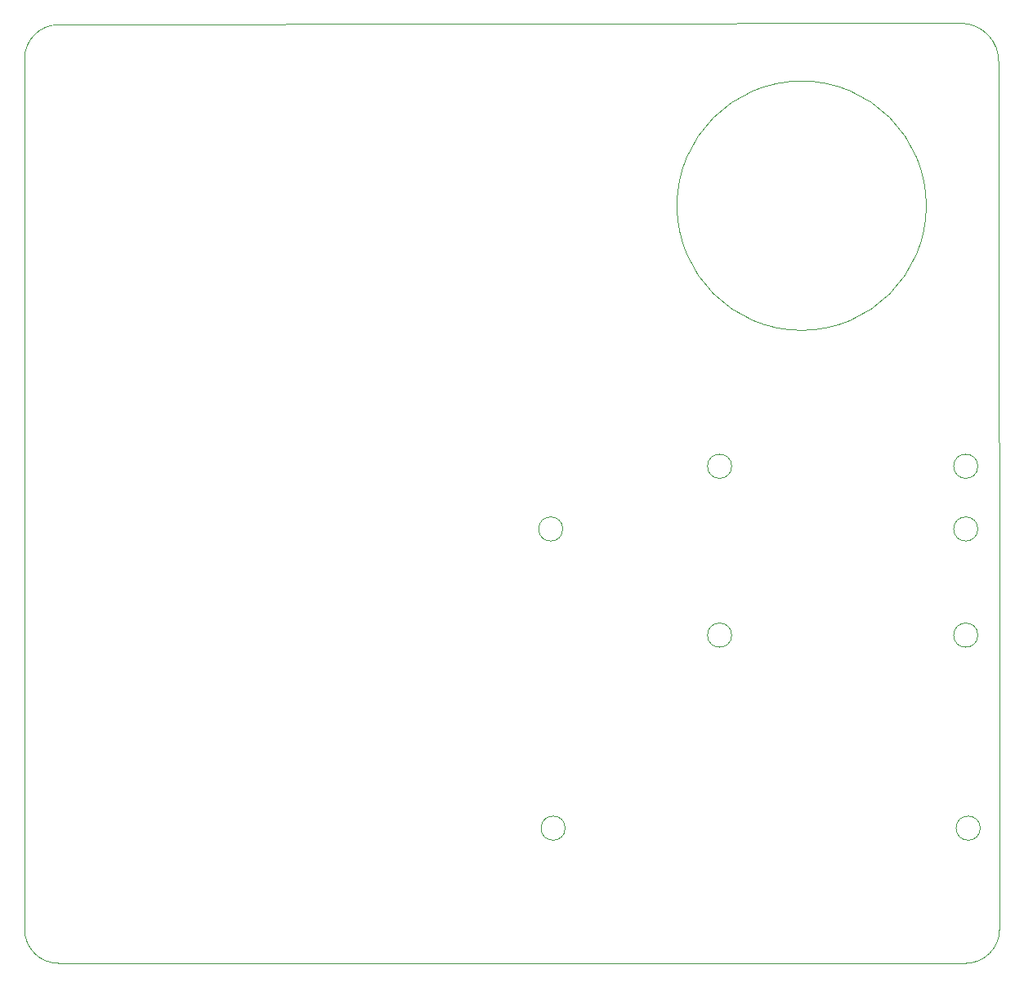
<source format=gbr>
%TF.GenerationSoftware,KiCad,Pcbnew,8.0.6*%
%TF.CreationDate,2024-12-05T23:25:44+00:00*%
%TF.ProjectId,DiamondGeezer,4469616d-6f6e-4644-9765-657a65722e6b,rev?*%
%TF.SameCoordinates,Original*%
%TF.FileFunction,Profile,NP*%
%FSLAX46Y46*%
G04 Gerber Fmt 4.6, Leading zero omitted, Abs format (unit mm)*
G04 Created by KiCad (PCBNEW 8.0.6) date 2024-12-05 23:25:44*
%MOMM*%
%LPD*%
G01*
G04 APERTURE LIST*
%TA.AperFunction,Profile*%
%ADD10C,0.050000*%
%TD*%
G04 APERTURE END LIST*
D10*
X92500000Y-142250000D02*
G75*
G02*
X89000000Y-138750000I0J3500000D01*
G01*
X190000000Y-138750000D02*
G75*
G02*
X186500000Y-142250000I-3500000J0D01*
G01*
X188000000Y-128250000D02*
G75*
G02*
X185500000Y-128250000I-1250000J0D01*
G01*
X185500000Y-128250000D02*
G75*
G02*
X188000000Y-128250000I1250000J0D01*
G01*
X187750000Y-90750000D02*
G75*
G02*
X185250000Y-90750000I-1250000J0D01*
G01*
X185250000Y-90750000D02*
G75*
G02*
X187750000Y-90750000I1250000J0D01*
G01*
X89000000Y-48500000D02*
G75*
G02*
X92500000Y-45000000I3500000J0D01*
G01*
X92500000Y-142250000D02*
X186500000Y-142250000D01*
X162250000Y-90750000D02*
G75*
G02*
X159750000Y-90750000I-1250000J0D01*
G01*
X159750000Y-90750000D02*
G75*
G02*
X162250000Y-90750000I1250000J0D01*
G01*
X89000000Y-48500000D02*
X89000000Y-138750000D01*
X182415591Y-63750000D02*
G75*
G02*
X156584409Y-63750000I-12915591J0D01*
G01*
X156584409Y-63750000D02*
G75*
G02*
X182415591Y-63750000I12915591J0D01*
G01*
X185922014Y-44841687D02*
G75*
G02*
X189923168Y-48974875I26186J-3977913D01*
G01*
X187750000Y-108250000D02*
G75*
G02*
X185250000Y-108250000I-1250000J0D01*
G01*
X185250000Y-108250000D02*
G75*
G02*
X187750000Y-108250000I1250000J0D01*
G01*
X162250000Y-108250000D02*
G75*
G02*
X159750000Y-108250000I-1250000J0D01*
G01*
X159750000Y-108250000D02*
G75*
G02*
X162250000Y-108250000I1250000J0D01*
G01*
X185922014Y-44841687D02*
X92500000Y-45000000D01*
X190000000Y-138750000D02*
X190000000Y-127000000D01*
X145000000Y-128250000D02*
G75*
G02*
X142500000Y-128250000I-1250000J0D01*
G01*
X142500000Y-128250000D02*
G75*
G02*
X145000000Y-128250000I1250000J0D01*
G01*
X190000000Y-127000000D02*
X189923134Y-48974874D01*
X144750000Y-97250000D02*
G75*
G02*
X142250000Y-97250000I-1250000J0D01*
G01*
X142250000Y-97250000D02*
G75*
G02*
X144750000Y-97250000I1250000J0D01*
G01*
X187750000Y-97250000D02*
G75*
G02*
X185250000Y-97250000I-1250000J0D01*
G01*
X185250000Y-97250000D02*
G75*
G02*
X187750000Y-97250000I1250000J0D01*
G01*
M02*

</source>
